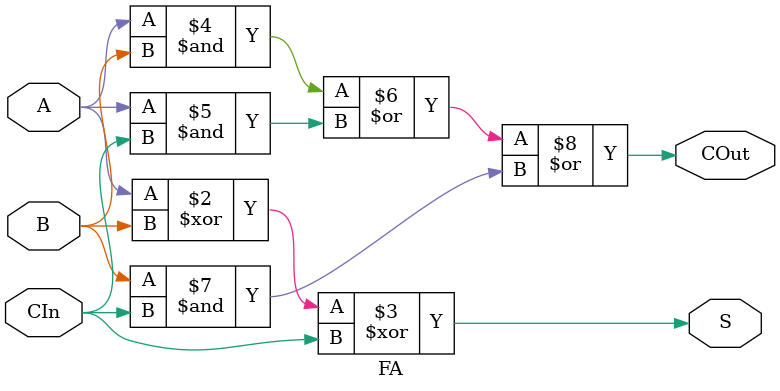
<source format=v>
module FA(A, B, S, CIn, COut); // 1 bit Full Adder 

input A,B; // A + B
input CIn; // Carry In
output reg S, COut; // Saída, Carry Out

always @(*)
begin
	S = A ^ B ^ CIn; // XOR 
	COut = ((A & B) | (A & CIn) | (B & CIn)); // AND
end
endmodule
</source>
